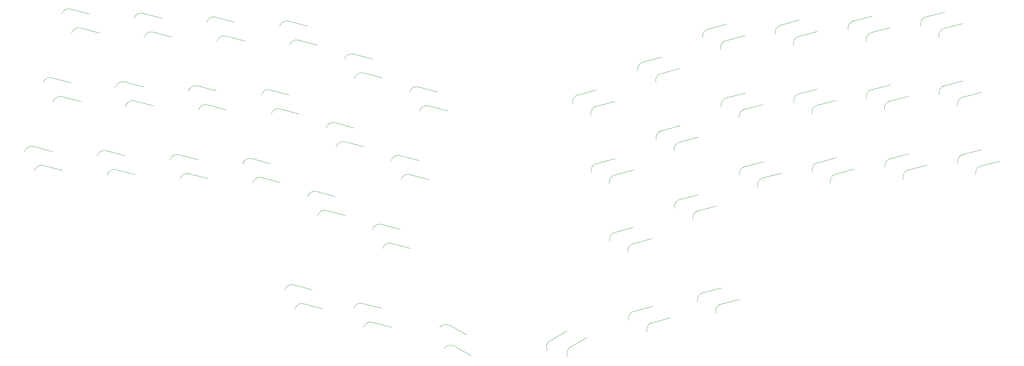
<source format=gbo>
G04 #@! TF.GenerationSoftware,KiCad,Pcbnew,(5.1.12-1-10_14)*
G04 #@! TF.CreationDate,2022-10-16T17:34:36-04:00*
G04 #@! TF.ProjectId,ergo3by6plus3nonSplit,6572676f-3362-4793-9670-6c7573336e6f,rev?*
G04 #@! TF.SameCoordinates,Original*
G04 #@! TF.FileFunction,Legend,Bot*
G04 #@! TF.FilePolarity,Positive*
%FSLAX46Y46*%
G04 Gerber Fmt 4.6, Leading zero omitted, Abs format (unit mm)*
G04 Created by KiCad (PCBNEW (5.1.12-1-10_14)) date 2022-10-16 17:34:36*
%MOMM*%
%LPD*%
G01*
G04 APERTURE LIST*
%ADD10C,0.120000*%
%ADD11C,1.750000*%
%ADD12C,4.000000*%
%ADD13C,3.050000*%
%ADD14C,1.600000*%
%ADD15R,1.600000X1.600000*%
G04 APERTURE END LIST*
D10*
X110255626Y-141765236D02*
X115181848Y-143085214D01*
X107575556Y-136698954D02*
X112501777Y-138018931D01*
X107806136Y-143179450D02*
G75*
G02*
X110255626Y-141765236I1931852J-517638D01*
G01*
X105126066Y-138113166D02*
G75*
G02*
X107575556Y-136698954I1931851J-517639D01*
G01*
X203378003Y-136933764D02*
X208304225Y-135613787D01*
X198523853Y-133886270D02*
X203450074Y-132566293D01*
X201963790Y-139383255D02*
G75*
G02*
X203378003Y-136933764I1931852J517639D01*
G01*
X197109639Y-136335760D02*
G75*
G02*
X198523853Y-133886270I1931852J517638D01*
G01*
X184958003Y-141863764D02*
X189884225Y-140543787D01*
X180103853Y-138816270D02*
X185030074Y-137496293D01*
X183543790Y-144313255D02*
G75*
G02*
X184958003Y-141863764I1931852J517639D01*
G01*
X178689639Y-141265760D02*
G75*
G02*
X180103853Y-138816270I1931852J517638D01*
G01*
X91855626Y-136830236D02*
X96781848Y-138150214D01*
X89175556Y-131763954D02*
X94101777Y-133083931D01*
X89406136Y-138244450D02*
G75*
G02*
X91855626Y-136830236I1931852J-517638D01*
G01*
X86726066Y-133178166D02*
G75*
G02*
X89175556Y-131763954I1931851J-517639D01*
G01*
X272888003Y-99903764D02*
X277814225Y-98583787D01*
X268033853Y-96856270D02*
X272960074Y-95536293D01*
X271473790Y-102353255D02*
G75*
G02*
X272888003Y-99903764I1931852J517639D01*
G01*
X266619639Y-99305760D02*
G75*
G02*
X268033853Y-96856270I1931852J517638D01*
G01*
X253468003Y-101013764D02*
X258394225Y-99693787D01*
X248613853Y-97966270D02*
X253540074Y-96646293D01*
X252053790Y-103463255D02*
G75*
G02*
X253468003Y-101013764I1931852J517639D01*
G01*
X247199639Y-100415760D02*
G75*
G02*
X248613853Y-97966270I1931852J517638D01*
G01*
X234048003Y-102073764D02*
X238974225Y-100753787D01*
X229193853Y-99026270D02*
X234120074Y-97706293D01*
X232633790Y-104523255D02*
G75*
G02*
X234048003Y-102073764I1931852J517639D01*
G01*
X227779639Y-101475760D02*
G75*
G02*
X229193853Y-99026270I1931852J517638D01*
G01*
X214583003Y-103143764D02*
X219509225Y-101823787D01*
X209728853Y-100096270D02*
X214655074Y-98776293D01*
X213168790Y-105593255D02*
G75*
G02*
X214583003Y-103143764I1931852J517639D01*
G01*
X208314639Y-102545760D02*
G75*
G02*
X209728853Y-100096270I1931852J517638D01*
G01*
X197233003Y-111933764D02*
X202159225Y-110613787D01*
X192378853Y-108886270D02*
X197305074Y-107566293D01*
X195818790Y-114383255D02*
G75*
G02*
X197233003Y-111933764I1931852J517639D01*
G01*
X190964639Y-111335760D02*
G75*
G02*
X192378853Y-108886270I1931852J517638D01*
G01*
X179878003Y-120723764D02*
X184804225Y-119403787D01*
X175023853Y-117676270D02*
X179950074Y-116356293D01*
X178463790Y-123173255D02*
G75*
G02*
X179878003Y-120723764I1931852J517639D01*
G01*
X173609639Y-120125760D02*
G75*
G02*
X175023853Y-117676270I1931852J517638D01*
G01*
X115355626Y-120640236D02*
X120281848Y-121960214D01*
X112675556Y-115573954D02*
X117601777Y-116893931D01*
X112906136Y-122054450D02*
G75*
G02*
X115355626Y-120640236I1931852J-517638D01*
G01*
X110226066Y-116988166D02*
G75*
G02*
X112675556Y-115573954I1931851J-517639D01*
G01*
X97985626Y-111850236D02*
X102911848Y-113170214D01*
X95305556Y-106783954D02*
X100231777Y-108103931D01*
X95536136Y-113264450D02*
G75*
G02*
X97985626Y-111850236I1931852J-517638D01*
G01*
X92856066Y-108198166D02*
G75*
G02*
X95305556Y-106783954I1931851J-517639D01*
G01*
X80630626Y-103040236D02*
X85556848Y-104360214D01*
X77950556Y-97973954D02*
X82876777Y-99293931D01*
X78181136Y-104454450D02*
G75*
G02*
X80630626Y-103040236I1931852J-517638D01*
G01*
X75501066Y-99388166D02*
G75*
G02*
X77950556Y-97973954I1931851J-517639D01*
G01*
X61195626Y-101970236D02*
X66121848Y-103290214D01*
X58515556Y-96903954D02*
X63441777Y-98223931D01*
X58746136Y-103384450D02*
G75*
G02*
X61195626Y-101970236I1931852J-517638D01*
G01*
X56066066Y-98318166D02*
G75*
G02*
X58515556Y-96903954I1931851J-517639D01*
G01*
X41765626Y-100910236D02*
X46691848Y-102230214D01*
X39085556Y-95843954D02*
X44011777Y-97163931D01*
X39316136Y-102324450D02*
G75*
G02*
X41765626Y-100910236I1931852J-517638D01*
G01*
X36636066Y-97258166D02*
G75*
G02*
X39085556Y-95843954I1931851J-517639D01*
G01*
X22330626Y-99790236D02*
X27256848Y-101110214D01*
X19650556Y-94723954D02*
X24576777Y-96043931D01*
X19881136Y-101204450D02*
G75*
G02*
X22330626Y-99790236I1931852J-517638D01*
G01*
X17201066Y-96138166D02*
G75*
G02*
X19650556Y-94723954I1931851J-517639D01*
G01*
X267968003Y-81493764D02*
X272894225Y-80173787D01*
X263113853Y-78446270D02*
X268040074Y-77126293D01*
X266553790Y-83943255D02*
G75*
G02*
X267968003Y-81493764I1931852J517639D01*
G01*
X261699639Y-80895760D02*
G75*
G02*
X263113853Y-78446270I1931852J517638D01*
G01*
X248508003Y-82568764D02*
X253434225Y-81248787D01*
X243653853Y-79521270D02*
X248580074Y-78201293D01*
X247093790Y-85018255D02*
G75*
G02*
X248508003Y-82568764I1931852J517639D01*
G01*
X242239639Y-81970760D02*
G75*
G02*
X243653853Y-79521270I1931852J517638D01*
G01*
X229108003Y-83668764D02*
X234034225Y-82348787D01*
X224253853Y-80621270D02*
X229180074Y-79301293D01*
X227693790Y-86118255D02*
G75*
G02*
X229108003Y-83668764I1931852J517639D01*
G01*
X222839639Y-83070760D02*
G75*
G02*
X224253853Y-80621270I1931852J517638D01*
G01*
X209658003Y-84768764D02*
X214584225Y-83448787D01*
X204803853Y-81721270D02*
X209730074Y-80401293D01*
X208243790Y-87218255D02*
G75*
G02*
X209658003Y-84768764I1931852J517639D01*
G01*
X203389639Y-84170760D02*
G75*
G02*
X204803853Y-81721270I1931852J517638D01*
G01*
X192308003Y-93543764D02*
X197234225Y-92223787D01*
X187453853Y-90496270D02*
X192380074Y-89176293D01*
X190893790Y-95993255D02*
G75*
G02*
X192308003Y-93543764I1931852J517639D01*
G01*
X186039639Y-92945760D02*
G75*
G02*
X187453853Y-90496270I1931852J517638D01*
G01*
X174938003Y-102333764D02*
X179864225Y-101013787D01*
X170083853Y-99286270D02*
X175010074Y-97966293D01*
X173523790Y-104783255D02*
G75*
G02*
X174938003Y-102333764I1931852J517639D01*
G01*
X168669639Y-101735760D02*
G75*
G02*
X170083853Y-99286270I1931852J517638D01*
G01*
X120285626Y-102230236D02*
X125211848Y-103550214D01*
X117605556Y-97163954D02*
X122531777Y-98483931D01*
X117836136Y-103644450D02*
G75*
G02*
X120285626Y-102230236I1931852J-517638D01*
G01*
X115156066Y-98578166D02*
G75*
G02*
X117605556Y-97163954I1931851J-517639D01*
G01*
X102930626Y-93440236D02*
X107856848Y-94760214D01*
X100250556Y-88373954D02*
X105176777Y-89693931D01*
X100481136Y-94854450D02*
G75*
G02*
X102930626Y-93440236I1931852J-517638D01*
G01*
X97801066Y-89788166D02*
G75*
G02*
X100250556Y-88373954I1931851J-517639D01*
G01*
X85555626Y-84665236D02*
X90481848Y-85985214D01*
X82875556Y-79598954D02*
X87801777Y-80918931D01*
X83106136Y-86079450D02*
G75*
G02*
X85555626Y-84665236I1931852J-517638D01*
G01*
X80426066Y-81013166D02*
G75*
G02*
X82875556Y-79598954I1931851J-517639D01*
G01*
X66105626Y-83565236D02*
X71031848Y-84885214D01*
X63425556Y-78498954D02*
X68351777Y-79818931D01*
X63656136Y-84979450D02*
G75*
G02*
X66105626Y-83565236I1931852J-517638D01*
G01*
X60976066Y-79913166D02*
G75*
G02*
X63425556Y-78498954I1931851J-517639D01*
G01*
X46688403Y-82509788D02*
X51614625Y-83829766D01*
X44008333Y-77443506D02*
X48934554Y-78763483D01*
X44238913Y-83924002D02*
G75*
G02*
X46688403Y-82509788I1931852J-517638D01*
G01*
X41558843Y-78857718D02*
G75*
G02*
X44008333Y-77443506I1931851J-517639D01*
G01*
X27255626Y-81390236D02*
X32181848Y-82710214D01*
X24575556Y-76323954D02*
X29501777Y-77643931D01*
X24806136Y-82804450D02*
G75*
G02*
X27255626Y-81390236I1931852J-517638D01*
G01*
X22126066Y-77738166D02*
G75*
G02*
X24575556Y-76323954I1931851J-517639D01*
G01*
X263033003Y-63093764D02*
X267959225Y-61773787D01*
X258178853Y-60046270D02*
X263105074Y-58726293D01*
X261618790Y-65543255D02*
G75*
G02*
X263033003Y-63093764I1931852J517639D01*
G01*
X256764639Y-62495760D02*
G75*
G02*
X258178853Y-60046270I1931852J517638D01*
G01*
X243633003Y-64193764D02*
X248559225Y-62873787D01*
X238778853Y-61146270D02*
X243705074Y-59826293D01*
X242218790Y-66643255D02*
G75*
G02*
X243633003Y-64193764I1931852J517639D01*
G01*
X237364639Y-63595760D02*
G75*
G02*
X238778853Y-61146270I1931852J517638D01*
G01*
X224158003Y-65268764D02*
X229084225Y-63948787D01*
X219303853Y-62221270D02*
X224230074Y-60901293D01*
X222743790Y-67718255D02*
G75*
G02*
X224158003Y-65268764I1931852J517639D01*
G01*
X217889639Y-64670760D02*
G75*
G02*
X219303853Y-62221270I1931852J517638D01*
G01*
X204733003Y-66343764D02*
X209659225Y-65023787D01*
X199878853Y-63296270D02*
X204805074Y-61976293D01*
X203318790Y-68793255D02*
G75*
G02*
X204733003Y-66343764I1931852J517639D01*
G01*
X198464639Y-65745760D02*
G75*
G02*
X199878853Y-63296270I1931852J517638D01*
G01*
X187378003Y-75143764D02*
X192304225Y-73823787D01*
X182523853Y-72096270D02*
X187450074Y-70776293D01*
X185963790Y-77593255D02*
G75*
G02*
X187378003Y-75143764I1931852J517639D01*
G01*
X181109639Y-74545760D02*
G75*
G02*
X182523853Y-72096270I1931852J517638D01*
G01*
X170008003Y-83933764D02*
X174934225Y-82613787D01*
X165153853Y-80886270D02*
X170080074Y-79566293D01*
X168593790Y-86383255D02*
G75*
G02*
X170008003Y-83933764I1931852J517639D01*
G01*
X163739639Y-83335760D02*
G75*
G02*
X165153853Y-80886270I1931852J517638D01*
G01*
X125205626Y-83840236D02*
X130131848Y-85160214D01*
X122525556Y-78773954D02*
X127451777Y-80093931D01*
X122756136Y-85254450D02*
G75*
G02*
X125205626Y-83840236I1931852J-517638D01*
G01*
X120076066Y-80188166D02*
G75*
G02*
X122525556Y-78773954I1931851J-517639D01*
G01*
X107855626Y-75040236D02*
X112781848Y-76360214D01*
X105175556Y-69973954D02*
X110101777Y-71293931D01*
X105406136Y-76454450D02*
G75*
G02*
X107855626Y-75040236I1931852J-517638D01*
G01*
X102726066Y-71388166D02*
G75*
G02*
X105175556Y-69973954I1931851J-517639D01*
G01*
X90480626Y-66240236D02*
X95406848Y-67560214D01*
X87800556Y-61173954D02*
X92726777Y-62493931D01*
X88031136Y-67654450D02*
G75*
G02*
X90480626Y-66240236I1931852J-517638D01*
G01*
X85351066Y-62588166D02*
G75*
G02*
X87800556Y-61173954I1931851J-517639D01*
G01*
X71055626Y-65165236D02*
X75981848Y-66485214D01*
X68375556Y-60098954D02*
X73301777Y-61418931D01*
X68606136Y-66579450D02*
G75*
G02*
X71055626Y-65165236I1931852J-517638D01*
G01*
X65926066Y-61513166D02*
G75*
G02*
X68375556Y-60098954I1931851J-517639D01*
G01*
X51605626Y-64115236D02*
X56531848Y-65435214D01*
X48925556Y-59048954D02*
X53851777Y-60368931D01*
X49156136Y-65529450D02*
G75*
G02*
X51605626Y-64115236I1931852J-517638D01*
G01*
X46476066Y-60463166D02*
G75*
G02*
X48925556Y-59048954I1931851J-517639D01*
G01*
X32178594Y-62989198D02*
X37104816Y-64309176D01*
X29498524Y-57922916D02*
X34424745Y-59242893D01*
X29729104Y-64403412D02*
G75*
G02*
X32178594Y-62989198I1931852J-517638D01*
G01*
X27049034Y-59337128D02*
G75*
G02*
X29498524Y-57922916I1931851J-517639D01*
G01*
X132096795Y-148161731D02*
X136513524Y-150711731D01*
X130819296Y-142574425D02*
X135236025Y-145124425D01*
X129364744Y-148893782D02*
G75*
G02*
X132096795Y-148161731I1732051J-1000000D01*
G01*
X128087245Y-143306476D02*
G75*
G02*
X130819296Y-142574425I1732051J-1000000D01*
G01*
X163156795Y-148361731D02*
X167573524Y-145811731D01*
X157679296Y-146674425D02*
X162096025Y-144124425D01*
X162424744Y-151093782D02*
G75*
G02*
X163156795Y-148361731I1732051J1000000D01*
G01*
X156947245Y-149406476D02*
G75*
G02*
X157679296Y-146674425I1732051J1000000D01*
G01*
%LPC*%
D11*
X114656903Y-145739801D03*
X104843097Y-143110199D03*
D12*
X109750000Y-144425000D03*
G36*
G01*
X115217365Y-141666049D02*
X115735003Y-139734198D01*
G75*
G02*
X116041189Y-139557422I241481J-64705D01*
G01*
X118021337Y-140088001D01*
G75*
G02*
X118198113Y-140394187I-64705J-241481D01*
G01*
X117680475Y-142326038D01*
G75*
G02*
X117374289Y-142502814I-241481J64705D01*
G01*
X115394141Y-141972235D01*
G75*
G02*
X115217365Y-141666049I64705J241481D01*
G01*
G37*
G36*
G01*
X102073442Y-140773746D02*
X102591080Y-138841895D01*
G75*
G02*
X102897266Y-138665119I241481J-64705D01*
G01*
X104877414Y-139195698D01*
G75*
G02*
X105054190Y-139501884I-64705J-241481D01*
G01*
X104536552Y-141433735D01*
G75*
G02*
X104230366Y-141610511I-241481J64705D01*
G01*
X102250218Y-141079932D01*
G75*
G02*
X102073442Y-140773746I64705J241481D01*
G01*
G37*
D13*
X113518252Y-140175497D03*
X106727223Y-140985448D03*
D11*
X209176903Y-138175199D03*
X199363097Y-140804801D03*
D12*
X204270000Y-139490000D03*
G36*
G01*
X207625402Y-134366996D02*
X207107764Y-132435145D01*
G75*
G02*
X207284540Y-132128959I241481J64705D01*
G01*
X209264688Y-131598380D01*
G75*
G02*
X209570874Y-131775156I64705J-241481D01*
G01*
X210088512Y-133707007D01*
G75*
G02*
X209911736Y-134013193I-241481J-64705D01*
G01*
X207931588Y-134543772D01*
G75*
G02*
X207625402Y-134366996I-64705J241481D01*
G01*
G37*
G36*
G01*
X195796279Y-140166201D02*
X195278641Y-138234350D01*
G75*
G02*
X195455417Y-137928164I241481J64705D01*
G01*
X197435565Y-137397585D01*
G75*
G02*
X197741751Y-137574361I64705J-241481D01*
G01*
X198259389Y-139506212D01*
G75*
G02*
X198082613Y-139812398I-241481J-64705D01*
G01*
X196102465Y-140342977D01*
G75*
G02*
X195796279Y-140166201I-64705J241481D01*
G01*
G37*
D13*
X205408651Y-133925696D03*
X199932422Y-138022649D03*
D11*
X190756903Y-143105199D03*
X180943097Y-145734801D03*
D12*
X185850000Y-144420000D03*
G36*
G01*
X189205402Y-139296996D02*
X188687764Y-137365145D01*
G75*
G02*
X188864540Y-137058959I241481J64705D01*
G01*
X190844688Y-136528380D01*
G75*
G02*
X191150874Y-136705156I64705J-241481D01*
G01*
X191668512Y-138637007D01*
G75*
G02*
X191491736Y-138943193I-241481J-64705D01*
G01*
X189511588Y-139473772D01*
G75*
G02*
X189205402Y-139296996I-64705J241481D01*
G01*
G37*
G36*
G01*
X177376279Y-145096201D02*
X176858641Y-143164350D01*
G75*
G02*
X177035417Y-142858164I241481J64705D01*
G01*
X179015565Y-142327585D01*
G75*
G02*
X179321751Y-142504361I64705J-241481D01*
G01*
X179839389Y-144436212D01*
G75*
G02*
X179662613Y-144742398I-241481J-64705D01*
G01*
X177682465Y-145272977D01*
G75*
G02*
X177376279Y-145096201I-64705J241481D01*
G01*
G37*
D13*
X186988651Y-138855696D03*
X181512422Y-142952649D03*
D11*
X96256903Y-140804801D03*
X86443097Y-138175199D03*
D12*
X91350000Y-139490000D03*
G36*
G01*
X96817365Y-136731049D02*
X97335003Y-134799198D01*
G75*
G02*
X97641189Y-134622422I241481J-64705D01*
G01*
X99621337Y-135153001D01*
G75*
G02*
X99798113Y-135459187I-64705J-241481D01*
G01*
X99280475Y-137391038D01*
G75*
G02*
X98974289Y-137567814I-241481J64705D01*
G01*
X96994141Y-137037235D01*
G75*
G02*
X96817365Y-136731049I64705J241481D01*
G01*
G37*
G36*
G01*
X83673442Y-135838746D02*
X84191080Y-133906895D01*
G75*
G02*
X84497266Y-133730119I241481J-64705D01*
G01*
X86477414Y-134260698D01*
G75*
G02*
X86654190Y-134566884I-64705J-241481D01*
G01*
X86136552Y-136498735D01*
G75*
G02*
X85830366Y-136675511I-241481J64705D01*
G01*
X83850218Y-136144932D01*
G75*
G02*
X83673442Y-135838746I64705J241481D01*
G01*
G37*
D13*
X95118252Y-135240497D03*
X88327223Y-136050448D03*
D11*
X278686903Y-101145199D03*
X268873097Y-103774801D03*
D12*
X273780000Y-102460000D03*
G36*
G01*
X277135402Y-97336996D02*
X276617764Y-95405145D01*
G75*
G02*
X276794540Y-95098959I241481J64705D01*
G01*
X278774688Y-94568380D01*
G75*
G02*
X279080874Y-94745156I64705J-241481D01*
G01*
X279598512Y-96677007D01*
G75*
G02*
X279421736Y-96983193I-241481J-64705D01*
G01*
X277441588Y-97513772D01*
G75*
G02*
X277135402Y-97336996I-64705J241481D01*
G01*
G37*
G36*
G01*
X265306279Y-103136201D02*
X264788641Y-101204350D01*
G75*
G02*
X264965417Y-100898164I241481J64705D01*
G01*
X266945565Y-100367585D01*
G75*
G02*
X267251751Y-100544361I64705J-241481D01*
G01*
X267769389Y-102476212D01*
G75*
G02*
X267592613Y-102782398I-241481J-64705D01*
G01*
X265612465Y-103312977D01*
G75*
G02*
X265306279Y-103136201I-64705J241481D01*
G01*
G37*
D13*
X274918651Y-96895696D03*
X269442422Y-100992649D03*
D11*
X259266903Y-102255199D03*
X249453097Y-104884801D03*
D12*
X254360000Y-103570000D03*
G36*
G01*
X257715402Y-98446996D02*
X257197764Y-96515145D01*
G75*
G02*
X257374540Y-96208959I241481J64705D01*
G01*
X259354688Y-95678380D01*
G75*
G02*
X259660874Y-95855156I64705J-241481D01*
G01*
X260178512Y-97787007D01*
G75*
G02*
X260001736Y-98093193I-241481J-64705D01*
G01*
X258021588Y-98623772D01*
G75*
G02*
X257715402Y-98446996I-64705J241481D01*
G01*
G37*
G36*
G01*
X245886279Y-104246201D02*
X245368641Y-102314350D01*
G75*
G02*
X245545417Y-102008164I241481J64705D01*
G01*
X247525565Y-101477585D01*
G75*
G02*
X247831751Y-101654361I64705J-241481D01*
G01*
X248349389Y-103586212D01*
G75*
G02*
X248172613Y-103892398I-241481J-64705D01*
G01*
X246192465Y-104422977D01*
G75*
G02*
X245886279Y-104246201I-64705J241481D01*
G01*
G37*
D13*
X255498651Y-98005696D03*
X250022422Y-102102649D03*
D11*
X239846903Y-103315199D03*
X230033097Y-105944801D03*
D12*
X234940000Y-104630000D03*
G36*
G01*
X238295402Y-99506996D02*
X237777764Y-97575145D01*
G75*
G02*
X237954540Y-97268959I241481J64705D01*
G01*
X239934688Y-96738380D01*
G75*
G02*
X240240874Y-96915156I64705J-241481D01*
G01*
X240758512Y-98847007D01*
G75*
G02*
X240581736Y-99153193I-241481J-64705D01*
G01*
X238601588Y-99683772D01*
G75*
G02*
X238295402Y-99506996I-64705J241481D01*
G01*
G37*
G36*
G01*
X226466279Y-105306201D02*
X225948641Y-103374350D01*
G75*
G02*
X226125417Y-103068164I241481J64705D01*
G01*
X228105565Y-102537585D01*
G75*
G02*
X228411751Y-102714361I64705J-241481D01*
G01*
X228929389Y-104646212D01*
G75*
G02*
X228752613Y-104952398I-241481J-64705D01*
G01*
X226772465Y-105482977D01*
G75*
G02*
X226466279Y-105306201I-64705J241481D01*
G01*
G37*
D13*
X236078651Y-99065696D03*
X230602422Y-103162649D03*
D11*
X220381903Y-104385199D03*
X210568097Y-107014801D03*
D12*
X215475000Y-105700000D03*
G36*
G01*
X218830402Y-100576996D02*
X218312764Y-98645145D01*
G75*
G02*
X218489540Y-98338959I241481J64705D01*
G01*
X220469688Y-97808380D01*
G75*
G02*
X220775874Y-97985156I64705J-241481D01*
G01*
X221293512Y-99917007D01*
G75*
G02*
X221116736Y-100223193I-241481J-64705D01*
G01*
X219136588Y-100753772D01*
G75*
G02*
X218830402Y-100576996I-64705J241481D01*
G01*
G37*
G36*
G01*
X207001279Y-106376201D02*
X206483641Y-104444350D01*
G75*
G02*
X206660417Y-104138164I241481J64705D01*
G01*
X208640565Y-103607585D01*
G75*
G02*
X208946751Y-103784361I64705J-241481D01*
G01*
X209464389Y-105716212D01*
G75*
G02*
X209287613Y-106022398I-241481J-64705D01*
G01*
X207307465Y-106552977D01*
G75*
G02*
X207001279Y-106376201I-64705J241481D01*
G01*
G37*
D13*
X216613651Y-100135696D03*
X211137422Y-104232649D03*
D11*
X203031903Y-113175199D03*
X193218097Y-115804801D03*
D12*
X198125000Y-114490000D03*
G36*
G01*
X201480402Y-109366996D02*
X200962764Y-107435145D01*
G75*
G02*
X201139540Y-107128959I241481J64705D01*
G01*
X203119688Y-106598380D01*
G75*
G02*
X203425874Y-106775156I64705J-241481D01*
G01*
X203943512Y-108707007D01*
G75*
G02*
X203766736Y-109013193I-241481J-64705D01*
G01*
X201786588Y-109543772D01*
G75*
G02*
X201480402Y-109366996I-64705J241481D01*
G01*
G37*
G36*
G01*
X189651279Y-115166201D02*
X189133641Y-113234350D01*
G75*
G02*
X189310417Y-112928164I241481J64705D01*
G01*
X191290565Y-112397585D01*
G75*
G02*
X191596751Y-112574361I64705J-241481D01*
G01*
X192114389Y-114506212D01*
G75*
G02*
X191937613Y-114812398I-241481J-64705D01*
G01*
X189957465Y-115342977D01*
G75*
G02*
X189651279Y-115166201I-64705J241481D01*
G01*
G37*
D13*
X199263651Y-108925696D03*
X193787422Y-113022649D03*
D11*
X185676903Y-121965199D03*
X175863097Y-124594801D03*
D12*
X180770000Y-123280000D03*
G36*
G01*
X184125402Y-118156996D02*
X183607764Y-116225145D01*
G75*
G02*
X183784540Y-115918959I241481J64705D01*
G01*
X185764688Y-115388380D01*
G75*
G02*
X186070874Y-115565156I64705J-241481D01*
G01*
X186588512Y-117497007D01*
G75*
G02*
X186411736Y-117803193I-241481J-64705D01*
G01*
X184431588Y-118333772D01*
G75*
G02*
X184125402Y-118156996I-64705J241481D01*
G01*
G37*
G36*
G01*
X172296279Y-123956201D02*
X171778641Y-122024350D01*
G75*
G02*
X171955417Y-121718164I241481J64705D01*
G01*
X173935565Y-121187585D01*
G75*
G02*
X174241751Y-121364361I64705J-241481D01*
G01*
X174759389Y-123296212D01*
G75*
G02*
X174582613Y-123602398I-241481J-64705D01*
G01*
X172602465Y-124132977D01*
G75*
G02*
X172296279Y-123956201I-64705J241481D01*
G01*
G37*
D13*
X181908651Y-117715696D03*
X176432422Y-121812649D03*
D11*
X119756903Y-124614801D03*
X109943097Y-121985199D03*
D12*
X114850000Y-123300000D03*
G36*
G01*
X120317365Y-120541049D02*
X120835003Y-118609198D01*
G75*
G02*
X121141189Y-118432422I241481J-64705D01*
G01*
X123121337Y-118963001D01*
G75*
G02*
X123298113Y-119269187I-64705J-241481D01*
G01*
X122780475Y-121201038D01*
G75*
G02*
X122474289Y-121377814I-241481J64705D01*
G01*
X120494141Y-120847235D01*
G75*
G02*
X120317365Y-120541049I64705J241481D01*
G01*
G37*
G36*
G01*
X107173442Y-119648746D02*
X107691080Y-117716895D01*
G75*
G02*
X107997266Y-117540119I241481J-64705D01*
G01*
X109977414Y-118070698D01*
G75*
G02*
X110154190Y-118376884I-64705J-241481D01*
G01*
X109636552Y-120308735D01*
G75*
G02*
X109330366Y-120485511I-241481J64705D01*
G01*
X107350218Y-119954932D01*
G75*
G02*
X107173442Y-119648746I64705J241481D01*
G01*
G37*
D13*
X118618252Y-119050497D03*
X111827223Y-119860448D03*
D11*
X102386903Y-115824801D03*
X92573097Y-113195199D03*
D12*
X97480000Y-114510000D03*
G36*
G01*
X102947365Y-111751049D02*
X103465003Y-109819198D01*
G75*
G02*
X103771189Y-109642422I241481J-64705D01*
G01*
X105751337Y-110173001D01*
G75*
G02*
X105928113Y-110479187I-64705J-241481D01*
G01*
X105410475Y-112411038D01*
G75*
G02*
X105104289Y-112587814I-241481J64705D01*
G01*
X103124141Y-112057235D01*
G75*
G02*
X102947365Y-111751049I64705J241481D01*
G01*
G37*
G36*
G01*
X89803442Y-110858746D02*
X90321080Y-108926895D01*
G75*
G02*
X90627266Y-108750119I241481J-64705D01*
G01*
X92607414Y-109280698D01*
G75*
G02*
X92784190Y-109586884I-64705J-241481D01*
G01*
X92266552Y-111518735D01*
G75*
G02*
X91960366Y-111695511I-241481J64705D01*
G01*
X89980218Y-111164932D01*
G75*
G02*
X89803442Y-110858746I64705J241481D01*
G01*
G37*
D13*
X101248252Y-110260497D03*
X94457223Y-111070448D03*
D11*
X85031903Y-107014801D03*
X75218097Y-104385199D03*
D12*
X80125000Y-105700000D03*
G36*
G01*
X85592365Y-102941049D02*
X86110003Y-101009198D01*
G75*
G02*
X86416189Y-100832422I241481J-64705D01*
G01*
X88396337Y-101363001D01*
G75*
G02*
X88573113Y-101669187I-64705J-241481D01*
G01*
X88055475Y-103601038D01*
G75*
G02*
X87749289Y-103777814I-241481J64705D01*
G01*
X85769141Y-103247235D01*
G75*
G02*
X85592365Y-102941049I64705J241481D01*
G01*
G37*
G36*
G01*
X72448442Y-102048746D02*
X72966080Y-100116895D01*
G75*
G02*
X73272266Y-99940119I241481J-64705D01*
G01*
X75252414Y-100470698D01*
G75*
G02*
X75429190Y-100776884I-64705J-241481D01*
G01*
X74911552Y-102708735D01*
G75*
G02*
X74605366Y-102885511I-241481J64705D01*
G01*
X72625218Y-102354932D01*
G75*
G02*
X72448442Y-102048746I64705J241481D01*
G01*
G37*
D13*
X83893252Y-101450497D03*
X77102223Y-102260448D03*
D11*
X65596903Y-105944801D03*
X55783097Y-103315199D03*
D12*
X60690000Y-104630000D03*
G36*
G01*
X66157365Y-101871049D02*
X66675003Y-99939198D01*
G75*
G02*
X66981189Y-99762422I241481J-64705D01*
G01*
X68961337Y-100293001D01*
G75*
G02*
X69138113Y-100599187I-64705J-241481D01*
G01*
X68620475Y-102531038D01*
G75*
G02*
X68314289Y-102707814I-241481J64705D01*
G01*
X66334141Y-102177235D01*
G75*
G02*
X66157365Y-101871049I64705J241481D01*
G01*
G37*
G36*
G01*
X53013442Y-100978746D02*
X53531080Y-99046895D01*
G75*
G02*
X53837266Y-98870119I241481J-64705D01*
G01*
X55817414Y-99400698D01*
G75*
G02*
X55994190Y-99706884I-64705J-241481D01*
G01*
X55476552Y-101638735D01*
G75*
G02*
X55170366Y-101815511I-241481J64705D01*
G01*
X53190218Y-101284932D01*
G75*
G02*
X53013442Y-100978746I64705J241481D01*
G01*
G37*
D13*
X64458252Y-100380497D03*
X57667223Y-101190448D03*
D11*
X46166903Y-104884801D03*
X36353097Y-102255199D03*
D12*
X41260000Y-103570000D03*
G36*
G01*
X46727365Y-100811049D02*
X47245003Y-98879198D01*
G75*
G02*
X47551189Y-98702422I241481J-64705D01*
G01*
X49531337Y-99233001D01*
G75*
G02*
X49708113Y-99539187I-64705J-241481D01*
G01*
X49190475Y-101471038D01*
G75*
G02*
X48884289Y-101647814I-241481J64705D01*
G01*
X46904141Y-101117235D01*
G75*
G02*
X46727365Y-100811049I64705J241481D01*
G01*
G37*
G36*
G01*
X33583442Y-99918746D02*
X34101080Y-97986895D01*
G75*
G02*
X34407266Y-97810119I241481J-64705D01*
G01*
X36387414Y-98340698D01*
G75*
G02*
X36564190Y-98646884I-64705J-241481D01*
G01*
X36046552Y-100578735D01*
G75*
G02*
X35740366Y-100755511I-241481J64705D01*
G01*
X33760218Y-100224932D01*
G75*
G02*
X33583442Y-99918746I64705J241481D01*
G01*
G37*
D13*
X45028252Y-99320497D03*
X38237223Y-100130448D03*
D11*
X26731903Y-103764801D03*
X16918097Y-101135199D03*
D12*
X21825000Y-102450000D03*
G36*
G01*
X27292365Y-99691049D02*
X27810003Y-97759198D01*
G75*
G02*
X28116189Y-97582422I241481J-64705D01*
G01*
X30096337Y-98113001D01*
G75*
G02*
X30273113Y-98419187I-64705J-241481D01*
G01*
X29755475Y-100351038D01*
G75*
G02*
X29449289Y-100527814I-241481J64705D01*
G01*
X27469141Y-99997235D01*
G75*
G02*
X27292365Y-99691049I64705J241481D01*
G01*
G37*
G36*
G01*
X14148442Y-98798746D02*
X14666080Y-96866895D01*
G75*
G02*
X14972266Y-96690119I241481J-64705D01*
G01*
X16952414Y-97220698D01*
G75*
G02*
X17129190Y-97526884I-64705J-241481D01*
G01*
X16611552Y-99458735D01*
G75*
G02*
X16305366Y-99635511I-241481J64705D01*
G01*
X14325218Y-99104932D01*
G75*
G02*
X14148442Y-98798746I64705J241481D01*
G01*
G37*
D13*
X25593252Y-98200497D03*
X18802223Y-99010448D03*
D11*
X273766903Y-82735199D03*
X263953097Y-85364801D03*
D12*
X268860000Y-84050000D03*
G36*
G01*
X272215402Y-78926996D02*
X271697764Y-76995145D01*
G75*
G02*
X271874540Y-76688959I241481J64705D01*
G01*
X273854688Y-76158380D01*
G75*
G02*
X274160874Y-76335156I64705J-241481D01*
G01*
X274678512Y-78267007D01*
G75*
G02*
X274501736Y-78573193I-241481J-64705D01*
G01*
X272521588Y-79103772D01*
G75*
G02*
X272215402Y-78926996I-64705J241481D01*
G01*
G37*
G36*
G01*
X260386279Y-84726201D02*
X259868641Y-82794350D01*
G75*
G02*
X260045417Y-82488164I241481J64705D01*
G01*
X262025565Y-81957585D01*
G75*
G02*
X262331751Y-82134361I64705J-241481D01*
G01*
X262849389Y-84066212D01*
G75*
G02*
X262672613Y-84372398I-241481J-64705D01*
G01*
X260692465Y-84902977D01*
G75*
G02*
X260386279Y-84726201I-64705J241481D01*
G01*
G37*
D13*
X269998651Y-78485696D03*
X264522422Y-82582649D03*
D11*
X254306903Y-83810199D03*
X244493097Y-86439801D03*
D12*
X249400000Y-85125000D03*
G36*
G01*
X252755402Y-80001996D02*
X252237764Y-78070145D01*
G75*
G02*
X252414540Y-77763959I241481J64705D01*
G01*
X254394688Y-77233380D01*
G75*
G02*
X254700874Y-77410156I64705J-241481D01*
G01*
X255218512Y-79342007D01*
G75*
G02*
X255041736Y-79648193I-241481J-64705D01*
G01*
X253061588Y-80178772D01*
G75*
G02*
X252755402Y-80001996I-64705J241481D01*
G01*
G37*
G36*
G01*
X240926279Y-85801201D02*
X240408641Y-83869350D01*
G75*
G02*
X240585417Y-83563164I241481J64705D01*
G01*
X242565565Y-83032585D01*
G75*
G02*
X242871751Y-83209361I64705J-241481D01*
G01*
X243389389Y-85141212D01*
G75*
G02*
X243212613Y-85447398I-241481J-64705D01*
G01*
X241232465Y-85977977D01*
G75*
G02*
X240926279Y-85801201I-64705J241481D01*
G01*
G37*
D13*
X250538651Y-79560696D03*
X245062422Y-83657649D03*
D11*
X234906903Y-84910199D03*
X225093097Y-87539801D03*
D12*
X230000000Y-86225000D03*
G36*
G01*
X233355402Y-81101996D02*
X232837764Y-79170145D01*
G75*
G02*
X233014540Y-78863959I241481J64705D01*
G01*
X234994688Y-78333380D01*
G75*
G02*
X235300874Y-78510156I64705J-241481D01*
G01*
X235818512Y-80442007D01*
G75*
G02*
X235641736Y-80748193I-241481J-64705D01*
G01*
X233661588Y-81278772D01*
G75*
G02*
X233355402Y-81101996I-64705J241481D01*
G01*
G37*
G36*
G01*
X221526279Y-86901201D02*
X221008641Y-84969350D01*
G75*
G02*
X221185417Y-84663164I241481J64705D01*
G01*
X223165565Y-84132585D01*
G75*
G02*
X223471751Y-84309361I64705J-241481D01*
G01*
X223989389Y-86241212D01*
G75*
G02*
X223812613Y-86547398I-241481J-64705D01*
G01*
X221832465Y-87077977D01*
G75*
G02*
X221526279Y-86901201I-64705J241481D01*
G01*
G37*
D13*
X231138651Y-80660696D03*
X225662422Y-84757649D03*
D11*
X215456903Y-86010199D03*
X205643097Y-88639801D03*
D12*
X210550000Y-87325000D03*
G36*
G01*
X213905402Y-82201996D02*
X213387764Y-80270145D01*
G75*
G02*
X213564540Y-79963959I241481J64705D01*
G01*
X215544688Y-79433380D01*
G75*
G02*
X215850874Y-79610156I64705J-241481D01*
G01*
X216368512Y-81542007D01*
G75*
G02*
X216191736Y-81848193I-241481J-64705D01*
G01*
X214211588Y-82378772D01*
G75*
G02*
X213905402Y-82201996I-64705J241481D01*
G01*
G37*
G36*
G01*
X202076279Y-88001201D02*
X201558641Y-86069350D01*
G75*
G02*
X201735417Y-85763164I241481J64705D01*
G01*
X203715565Y-85232585D01*
G75*
G02*
X204021751Y-85409361I64705J-241481D01*
G01*
X204539389Y-87341212D01*
G75*
G02*
X204362613Y-87647398I-241481J-64705D01*
G01*
X202382465Y-88177977D01*
G75*
G02*
X202076279Y-88001201I-64705J241481D01*
G01*
G37*
D13*
X211688651Y-81760696D03*
X206212422Y-85857649D03*
D11*
X198106903Y-94785199D03*
X188293097Y-97414801D03*
D12*
X193200000Y-96100000D03*
G36*
G01*
X196555402Y-90976996D02*
X196037764Y-89045145D01*
G75*
G02*
X196214540Y-88738959I241481J64705D01*
G01*
X198194688Y-88208380D01*
G75*
G02*
X198500874Y-88385156I64705J-241481D01*
G01*
X199018512Y-90317007D01*
G75*
G02*
X198841736Y-90623193I-241481J-64705D01*
G01*
X196861588Y-91153772D01*
G75*
G02*
X196555402Y-90976996I-64705J241481D01*
G01*
G37*
G36*
G01*
X184726279Y-96776201D02*
X184208641Y-94844350D01*
G75*
G02*
X184385417Y-94538164I241481J64705D01*
G01*
X186365565Y-94007585D01*
G75*
G02*
X186671751Y-94184361I64705J-241481D01*
G01*
X187189389Y-96116212D01*
G75*
G02*
X187012613Y-96422398I-241481J-64705D01*
G01*
X185032465Y-96952977D01*
G75*
G02*
X184726279Y-96776201I-64705J241481D01*
G01*
G37*
D13*
X194338651Y-90535696D03*
X188862422Y-94632649D03*
D11*
X180736903Y-103575199D03*
X170923097Y-106204801D03*
D12*
X175830000Y-104890000D03*
G36*
G01*
X179185402Y-99766996D02*
X178667764Y-97835145D01*
G75*
G02*
X178844540Y-97528959I241481J64705D01*
G01*
X180824688Y-96998380D01*
G75*
G02*
X181130874Y-97175156I64705J-241481D01*
G01*
X181648512Y-99107007D01*
G75*
G02*
X181471736Y-99413193I-241481J-64705D01*
G01*
X179491588Y-99943772D01*
G75*
G02*
X179185402Y-99766996I-64705J241481D01*
G01*
G37*
G36*
G01*
X167356279Y-105566201D02*
X166838641Y-103634350D01*
G75*
G02*
X167015417Y-103328164I241481J64705D01*
G01*
X168995565Y-102797585D01*
G75*
G02*
X169301751Y-102974361I64705J-241481D01*
G01*
X169819389Y-104906212D01*
G75*
G02*
X169642613Y-105212398I-241481J-64705D01*
G01*
X167662465Y-105742977D01*
G75*
G02*
X167356279Y-105566201I-64705J241481D01*
G01*
G37*
D13*
X176968651Y-99325696D03*
X171492422Y-103422649D03*
D11*
X124686903Y-106204801D03*
X114873097Y-103575199D03*
D12*
X119780000Y-104890000D03*
G36*
G01*
X125247365Y-102131049D02*
X125765003Y-100199198D01*
G75*
G02*
X126071189Y-100022422I241481J-64705D01*
G01*
X128051337Y-100553001D01*
G75*
G02*
X128228113Y-100859187I-64705J-241481D01*
G01*
X127710475Y-102791038D01*
G75*
G02*
X127404289Y-102967814I-241481J64705D01*
G01*
X125424141Y-102437235D01*
G75*
G02*
X125247365Y-102131049I64705J241481D01*
G01*
G37*
G36*
G01*
X112103442Y-101238746D02*
X112621080Y-99306895D01*
G75*
G02*
X112927266Y-99130119I241481J-64705D01*
G01*
X114907414Y-99660698D01*
G75*
G02*
X115084190Y-99966884I-64705J-241481D01*
G01*
X114566552Y-101898735D01*
G75*
G02*
X114260366Y-102075511I-241481J64705D01*
G01*
X112280218Y-101544932D01*
G75*
G02*
X112103442Y-101238746I64705J241481D01*
G01*
G37*
D13*
X123548252Y-100640497D03*
X116757223Y-101450448D03*
D11*
X107331903Y-97414801D03*
X97518097Y-94785199D03*
D12*
X102425000Y-96100000D03*
G36*
G01*
X107892365Y-93341049D02*
X108410003Y-91409198D01*
G75*
G02*
X108716189Y-91232422I241481J-64705D01*
G01*
X110696337Y-91763001D01*
G75*
G02*
X110873113Y-92069187I-64705J-241481D01*
G01*
X110355475Y-94001038D01*
G75*
G02*
X110049289Y-94177814I-241481J64705D01*
G01*
X108069141Y-93647235D01*
G75*
G02*
X107892365Y-93341049I64705J241481D01*
G01*
G37*
G36*
G01*
X94748442Y-92448746D02*
X95266080Y-90516895D01*
G75*
G02*
X95572266Y-90340119I241481J-64705D01*
G01*
X97552414Y-90870698D01*
G75*
G02*
X97729190Y-91176884I-64705J-241481D01*
G01*
X97211552Y-93108735D01*
G75*
G02*
X96905366Y-93285511I-241481J64705D01*
G01*
X94925218Y-92754932D01*
G75*
G02*
X94748442Y-92448746I64705J241481D01*
G01*
G37*
D13*
X106193252Y-91850497D03*
X99402223Y-92660448D03*
D11*
X89956903Y-88639801D03*
X80143097Y-86010199D03*
D12*
X85050000Y-87325000D03*
G36*
G01*
X90517365Y-84566049D02*
X91035003Y-82634198D01*
G75*
G02*
X91341189Y-82457422I241481J-64705D01*
G01*
X93321337Y-82988001D01*
G75*
G02*
X93498113Y-83294187I-64705J-241481D01*
G01*
X92980475Y-85226038D01*
G75*
G02*
X92674289Y-85402814I-241481J64705D01*
G01*
X90694141Y-84872235D01*
G75*
G02*
X90517365Y-84566049I64705J241481D01*
G01*
G37*
G36*
G01*
X77373442Y-83673746D02*
X77891080Y-81741895D01*
G75*
G02*
X78197266Y-81565119I241481J-64705D01*
G01*
X80177414Y-82095698D01*
G75*
G02*
X80354190Y-82401884I-64705J-241481D01*
G01*
X79836552Y-84333735D01*
G75*
G02*
X79530366Y-84510511I-241481J64705D01*
G01*
X77550218Y-83979932D01*
G75*
G02*
X77373442Y-83673746I64705J241481D01*
G01*
G37*
D13*
X88818252Y-83075497D03*
X82027223Y-83885448D03*
D11*
X70506903Y-87539801D03*
X60693097Y-84910199D03*
D12*
X65600000Y-86225000D03*
G36*
G01*
X71067365Y-83466049D02*
X71585003Y-81534198D01*
G75*
G02*
X71891189Y-81357422I241481J-64705D01*
G01*
X73871337Y-81888001D01*
G75*
G02*
X74048113Y-82194187I-64705J-241481D01*
G01*
X73530475Y-84126038D01*
G75*
G02*
X73224289Y-84302814I-241481J64705D01*
G01*
X71244141Y-83772235D01*
G75*
G02*
X71067365Y-83466049I64705J241481D01*
G01*
G37*
G36*
G01*
X57923442Y-82573746D02*
X58441080Y-80641895D01*
G75*
G02*
X58747266Y-80465119I241481J-64705D01*
G01*
X60727414Y-80995698D01*
G75*
G02*
X60904190Y-81301884I-64705J-241481D01*
G01*
X60386552Y-83233735D01*
G75*
G02*
X60080366Y-83410511I-241481J64705D01*
G01*
X58100218Y-82879932D01*
G75*
G02*
X57923442Y-82573746I64705J241481D01*
G01*
G37*
D13*
X69368252Y-81975497D03*
X62577223Y-82785448D03*
D11*
X51089680Y-86484353D03*
X41275874Y-83854751D03*
D12*
X46182777Y-85169552D03*
G36*
G01*
X51650142Y-82410601D02*
X52167780Y-80478750D01*
G75*
G02*
X52473966Y-80301974I241481J-64705D01*
G01*
X54454114Y-80832553D01*
G75*
G02*
X54630890Y-81138739I-64705J-241481D01*
G01*
X54113252Y-83070590D01*
G75*
G02*
X53807066Y-83247366I-241481J64705D01*
G01*
X51826918Y-82716787D01*
G75*
G02*
X51650142Y-82410601I64705J241481D01*
G01*
G37*
G36*
G01*
X38506219Y-81518298D02*
X39023857Y-79586447D01*
G75*
G02*
X39330043Y-79409671I241481J-64705D01*
G01*
X41310191Y-79940250D01*
G75*
G02*
X41486967Y-80246436I-64705J-241481D01*
G01*
X40969329Y-82178287D01*
G75*
G02*
X40663143Y-82355063I-241481J64705D01*
G01*
X38682995Y-81824484D01*
G75*
G02*
X38506219Y-81518298I64705J241481D01*
G01*
G37*
D13*
X49951029Y-80920049D03*
X43160000Y-81730000D03*
D11*
X31656903Y-85364801D03*
X21843097Y-82735199D03*
D12*
X26750000Y-84050000D03*
G36*
G01*
X32217365Y-81291049D02*
X32735003Y-79359198D01*
G75*
G02*
X33041189Y-79182422I241481J-64705D01*
G01*
X35021337Y-79713001D01*
G75*
G02*
X35198113Y-80019187I-64705J-241481D01*
G01*
X34680475Y-81951038D01*
G75*
G02*
X34374289Y-82127814I-241481J64705D01*
G01*
X32394141Y-81597235D01*
G75*
G02*
X32217365Y-81291049I64705J241481D01*
G01*
G37*
G36*
G01*
X19073442Y-80398746D02*
X19591080Y-78466895D01*
G75*
G02*
X19897266Y-78290119I241481J-64705D01*
G01*
X21877414Y-78820698D01*
G75*
G02*
X22054190Y-79126884I-64705J-241481D01*
G01*
X21536552Y-81058735D01*
G75*
G02*
X21230366Y-81235511I-241481J64705D01*
G01*
X19250218Y-80704932D01*
G75*
G02*
X19073442Y-80398746I64705J241481D01*
G01*
G37*
D13*
X30518252Y-79800497D03*
X23727223Y-80610448D03*
D11*
X268831903Y-64335199D03*
X259018097Y-66964801D03*
D12*
X263925000Y-65650000D03*
G36*
G01*
X267280402Y-60526996D02*
X266762764Y-58595145D01*
G75*
G02*
X266939540Y-58288959I241481J64705D01*
G01*
X268919688Y-57758380D01*
G75*
G02*
X269225874Y-57935156I64705J-241481D01*
G01*
X269743512Y-59867007D01*
G75*
G02*
X269566736Y-60173193I-241481J-64705D01*
G01*
X267586588Y-60703772D01*
G75*
G02*
X267280402Y-60526996I-64705J241481D01*
G01*
G37*
G36*
G01*
X255451279Y-66326201D02*
X254933641Y-64394350D01*
G75*
G02*
X255110417Y-64088164I241481J64705D01*
G01*
X257090565Y-63557585D01*
G75*
G02*
X257396751Y-63734361I64705J-241481D01*
G01*
X257914389Y-65666212D01*
G75*
G02*
X257737613Y-65972398I-241481J-64705D01*
G01*
X255757465Y-66502977D01*
G75*
G02*
X255451279Y-66326201I-64705J241481D01*
G01*
G37*
D13*
X265063651Y-60085696D03*
X259587422Y-64182649D03*
D11*
X249431903Y-65435199D03*
X239618097Y-68064801D03*
D12*
X244525000Y-66750000D03*
G36*
G01*
X247880402Y-61626996D02*
X247362764Y-59695145D01*
G75*
G02*
X247539540Y-59388959I241481J64705D01*
G01*
X249519688Y-58858380D01*
G75*
G02*
X249825874Y-59035156I64705J-241481D01*
G01*
X250343512Y-60967007D01*
G75*
G02*
X250166736Y-61273193I-241481J-64705D01*
G01*
X248186588Y-61803772D01*
G75*
G02*
X247880402Y-61626996I-64705J241481D01*
G01*
G37*
G36*
G01*
X236051279Y-67426201D02*
X235533641Y-65494350D01*
G75*
G02*
X235710417Y-65188164I241481J64705D01*
G01*
X237690565Y-64657585D01*
G75*
G02*
X237996751Y-64834361I64705J-241481D01*
G01*
X238514389Y-66766212D01*
G75*
G02*
X238337613Y-67072398I-241481J-64705D01*
G01*
X236357465Y-67602977D01*
G75*
G02*
X236051279Y-67426201I-64705J241481D01*
G01*
G37*
D13*
X245663651Y-61185696D03*
X240187422Y-65282649D03*
D11*
X229956903Y-66510199D03*
X220143097Y-69139801D03*
D12*
X225050000Y-67825000D03*
G36*
G01*
X228405402Y-62701996D02*
X227887764Y-60770145D01*
G75*
G02*
X228064540Y-60463959I241481J64705D01*
G01*
X230044688Y-59933380D01*
G75*
G02*
X230350874Y-60110156I64705J-241481D01*
G01*
X230868512Y-62042007D01*
G75*
G02*
X230691736Y-62348193I-241481J-64705D01*
G01*
X228711588Y-62878772D01*
G75*
G02*
X228405402Y-62701996I-64705J241481D01*
G01*
G37*
G36*
G01*
X216576279Y-68501201D02*
X216058641Y-66569350D01*
G75*
G02*
X216235417Y-66263164I241481J64705D01*
G01*
X218215565Y-65732585D01*
G75*
G02*
X218521751Y-65909361I64705J-241481D01*
G01*
X219039389Y-67841212D01*
G75*
G02*
X218862613Y-68147398I-241481J-64705D01*
G01*
X216882465Y-68677977D01*
G75*
G02*
X216576279Y-68501201I-64705J241481D01*
G01*
G37*
D13*
X226188651Y-62260696D03*
X220712422Y-66357649D03*
D11*
X210531903Y-67585199D03*
X200718097Y-70214801D03*
D12*
X205625000Y-68900000D03*
G36*
G01*
X208980402Y-63776996D02*
X208462764Y-61845145D01*
G75*
G02*
X208639540Y-61538959I241481J64705D01*
G01*
X210619688Y-61008380D01*
G75*
G02*
X210925874Y-61185156I64705J-241481D01*
G01*
X211443512Y-63117007D01*
G75*
G02*
X211266736Y-63423193I-241481J-64705D01*
G01*
X209286588Y-63953772D01*
G75*
G02*
X208980402Y-63776996I-64705J241481D01*
G01*
G37*
G36*
G01*
X197151279Y-69576201D02*
X196633641Y-67644350D01*
G75*
G02*
X196810417Y-67338164I241481J64705D01*
G01*
X198790565Y-66807585D01*
G75*
G02*
X199096751Y-66984361I64705J-241481D01*
G01*
X199614389Y-68916212D01*
G75*
G02*
X199437613Y-69222398I-241481J-64705D01*
G01*
X197457465Y-69752977D01*
G75*
G02*
X197151279Y-69576201I-64705J241481D01*
G01*
G37*
D13*
X206763651Y-63335696D03*
X201287422Y-67432649D03*
D11*
X193176903Y-76385199D03*
X183363097Y-79014801D03*
D12*
X188270000Y-77700000D03*
G36*
G01*
X191625402Y-72576996D02*
X191107764Y-70645145D01*
G75*
G02*
X191284540Y-70338959I241481J64705D01*
G01*
X193264688Y-69808380D01*
G75*
G02*
X193570874Y-69985156I64705J-241481D01*
G01*
X194088512Y-71917007D01*
G75*
G02*
X193911736Y-72223193I-241481J-64705D01*
G01*
X191931588Y-72753772D01*
G75*
G02*
X191625402Y-72576996I-64705J241481D01*
G01*
G37*
G36*
G01*
X179796279Y-78376201D02*
X179278641Y-76444350D01*
G75*
G02*
X179455417Y-76138164I241481J64705D01*
G01*
X181435565Y-75607585D01*
G75*
G02*
X181741751Y-75784361I64705J-241481D01*
G01*
X182259389Y-77716212D01*
G75*
G02*
X182082613Y-78022398I-241481J-64705D01*
G01*
X180102465Y-78552977D01*
G75*
G02*
X179796279Y-78376201I-64705J241481D01*
G01*
G37*
D13*
X189408651Y-72135696D03*
X183932422Y-76232649D03*
D11*
X175806903Y-85175199D03*
X165993097Y-87804801D03*
D12*
X170900000Y-86490000D03*
G36*
G01*
X174255402Y-81366996D02*
X173737764Y-79435145D01*
G75*
G02*
X173914540Y-79128959I241481J64705D01*
G01*
X175894688Y-78598380D01*
G75*
G02*
X176200874Y-78775156I64705J-241481D01*
G01*
X176718512Y-80707007D01*
G75*
G02*
X176541736Y-81013193I-241481J-64705D01*
G01*
X174561588Y-81543772D01*
G75*
G02*
X174255402Y-81366996I-64705J241481D01*
G01*
G37*
G36*
G01*
X162426279Y-87166201D02*
X161908641Y-85234350D01*
G75*
G02*
X162085417Y-84928164I241481J64705D01*
G01*
X164065565Y-84397585D01*
G75*
G02*
X164371751Y-84574361I64705J-241481D01*
G01*
X164889389Y-86506212D01*
G75*
G02*
X164712613Y-86812398I-241481J-64705D01*
G01*
X162732465Y-87342977D01*
G75*
G02*
X162426279Y-87166201I-64705J241481D01*
G01*
G37*
D13*
X172038651Y-80925696D03*
X166562422Y-85022649D03*
D11*
X129606903Y-87814801D03*
X119793097Y-85185199D03*
D12*
X124700000Y-86500000D03*
G36*
G01*
X130167365Y-83741049D02*
X130685003Y-81809198D01*
G75*
G02*
X130991189Y-81632422I241481J-64705D01*
G01*
X132971337Y-82163001D01*
G75*
G02*
X133148113Y-82469187I-64705J-241481D01*
G01*
X132630475Y-84401038D01*
G75*
G02*
X132324289Y-84577814I-241481J64705D01*
G01*
X130344141Y-84047235D01*
G75*
G02*
X130167365Y-83741049I64705J241481D01*
G01*
G37*
G36*
G01*
X117023442Y-82848746D02*
X117541080Y-80916895D01*
G75*
G02*
X117847266Y-80740119I241481J-64705D01*
G01*
X119827414Y-81270698D01*
G75*
G02*
X120004190Y-81576884I-64705J-241481D01*
G01*
X119486552Y-83508735D01*
G75*
G02*
X119180366Y-83685511I-241481J64705D01*
G01*
X117200218Y-83154932D01*
G75*
G02*
X117023442Y-82848746I64705J241481D01*
G01*
G37*
D13*
X128468252Y-82250497D03*
X121677223Y-83060448D03*
D11*
X112256903Y-79014801D03*
X102443097Y-76385199D03*
D12*
X107350000Y-77700000D03*
G36*
G01*
X112817365Y-74941049D02*
X113335003Y-73009198D01*
G75*
G02*
X113641189Y-72832422I241481J-64705D01*
G01*
X115621337Y-73363001D01*
G75*
G02*
X115798113Y-73669187I-64705J-241481D01*
G01*
X115280475Y-75601038D01*
G75*
G02*
X114974289Y-75777814I-241481J64705D01*
G01*
X112994141Y-75247235D01*
G75*
G02*
X112817365Y-74941049I64705J241481D01*
G01*
G37*
G36*
G01*
X99673442Y-74048746D02*
X100191080Y-72116895D01*
G75*
G02*
X100497266Y-71940119I241481J-64705D01*
G01*
X102477414Y-72470698D01*
G75*
G02*
X102654190Y-72776884I-64705J-241481D01*
G01*
X102136552Y-74708735D01*
G75*
G02*
X101830366Y-74885511I-241481J64705D01*
G01*
X99850218Y-74354932D01*
G75*
G02*
X99673442Y-74048746I64705J241481D01*
G01*
G37*
D13*
X111118252Y-73450497D03*
X104327223Y-74260448D03*
D11*
X94881903Y-70214801D03*
X85068097Y-67585199D03*
D12*
X89975000Y-68900000D03*
G36*
G01*
X95442365Y-66141049D02*
X95960003Y-64209198D01*
G75*
G02*
X96266189Y-64032422I241481J-64705D01*
G01*
X98246337Y-64563001D01*
G75*
G02*
X98423113Y-64869187I-64705J-241481D01*
G01*
X97905475Y-66801038D01*
G75*
G02*
X97599289Y-66977814I-241481J64705D01*
G01*
X95619141Y-66447235D01*
G75*
G02*
X95442365Y-66141049I64705J241481D01*
G01*
G37*
G36*
G01*
X82298442Y-65248746D02*
X82816080Y-63316895D01*
G75*
G02*
X83122266Y-63140119I241481J-64705D01*
G01*
X85102414Y-63670698D01*
G75*
G02*
X85279190Y-63976884I-64705J-241481D01*
G01*
X84761552Y-65908735D01*
G75*
G02*
X84455366Y-66085511I-241481J64705D01*
G01*
X82475218Y-65554932D01*
G75*
G02*
X82298442Y-65248746I64705J241481D01*
G01*
G37*
D13*
X93743252Y-64650497D03*
X86952223Y-65460448D03*
D11*
X75456903Y-69139801D03*
X65643097Y-66510199D03*
D12*
X70550000Y-67825000D03*
G36*
G01*
X76017365Y-65066049D02*
X76535003Y-63134198D01*
G75*
G02*
X76841189Y-62957422I241481J-64705D01*
G01*
X78821337Y-63488001D01*
G75*
G02*
X78998113Y-63794187I-64705J-241481D01*
G01*
X78480475Y-65726038D01*
G75*
G02*
X78174289Y-65902814I-241481J64705D01*
G01*
X76194141Y-65372235D01*
G75*
G02*
X76017365Y-65066049I64705J241481D01*
G01*
G37*
G36*
G01*
X62873442Y-64173746D02*
X63391080Y-62241895D01*
G75*
G02*
X63697266Y-62065119I241481J-64705D01*
G01*
X65677414Y-62595698D01*
G75*
G02*
X65854190Y-62901884I-64705J-241481D01*
G01*
X65336552Y-64833735D01*
G75*
G02*
X65030366Y-65010511I-241481J64705D01*
G01*
X63050218Y-64479932D01*
G75*
G02*
X62873442Y-64173746I64705J241481D01*
G01*
G37*
D13*
X74318252Y-63575497D03*
X67527223Y-64385448D03*
D11*
X56006903Y-68089801D03*
X46193097Y-65460199D03*
D12*
X51100000Y-66775000D03*
G36*
G01*
X56567365Y-64016049D02*
X57085003Y-62084198D01*
G75*
G02*
X57391189Y-61907422I241481J-64705D01*
G01*
X59371337Y-62438001D01*
G75*
G02*
X59548113Y-62744187I-64705J-241481D01*
G01*
X59030475Y-64676038D01*
G75*
G02*
X58724289Y-64852814I-241481J64705D01*
G01*
X56744141Y-64322235D01*
G75*
G02*
X56567365Y-64016049I64705J241481D01*
G01*
G37*
G36*
G01*
X43423442Y-63123746D02*
X43941080Y-61191895D01*
G75*
G02*
X44247266Y-61015119I241481J-64705D01*
G01*
X46227414Y-61545698D01*
G75*
G02*
X46404190Y-61851884I-64705J-241481D01*
G01*
X45886552Y-63783735D01*
G75*
G02*
X45580366Y-63960511I-241481J64705D01*
G01*
X43600218Y-63429932D01*
G75*
G02*
X43423442Y-63123746I64705J241481D01*
G01*
G37*
D13*
X54868252Y-62525497D03*
X48077223Y-63335448D03*
D11*
X36579871Y-66963763D03*
X26766065Y-64334161D03*
D12*
X31672968Y-65648962D03*
G36*
G01*
X37140333Y-62890011D02*
X37657971Y-60958160D01*
G75*
G02*
X37964157Y-60781384I241481J-64705D01*
G01*
X39944305Y-61311963D01*
G75*
G02*
X40121081Y-61618149I-64705J-241481D01*
G01*
X39603443Y-63550000D01*
G75*
G02*
X39297257Y-63726776I-241481J64705D01*
G01*
X37317109Y-63196197D01*
G75*
G02*
X37140333Y-62890011I64705J241481D01*
G01*
G37*
G36*
G01*
X23996410Y-61997708D02*
X24514048Y-60065857D01*
G75*
G02*
X24820234Y-59889081I241481J-64705D01*
G01*
X26800382Y-60419660D01*
G75*
G02*
X26977158Y-60725846I-64705J-241481D01*
G01*
X26459520Y-62657697D01*
G75*
G02*
X26153334Y-62834473I-241481J64705D01*
G01*
X24173186Y-62303894D01*
G75*
G02*
X23996410Y-61997708I64705J241481D01*
G01*
G37*
D13*
X35441220Y-61399459D03*
X28650191Y-62209410D03*
D11*
X135319409Y-153140000D03*
X126520591Y-148060000D03*
D12*
X130920000Y-150600000D03*
G36*
G01*
X136915138Y-149350116D02*
X137915138Y-147618066D01*
G75*
G02*
X138256644Y-147526560I216506J-125000D01*
G01*
X140031996Y-148551560D01*
G75*
G02*
X140123502Y-148893066I-125000J-216506D01*
G01*
X139123502Y-150625116D01*
G75*
G02*
X138781996Y-150716622I-216506J125000D01*
G01*
X137006644Y-149691622D01*
G75*
G02*
X136915138Y-149350116I125000J216506D01*
G01*
G37*
G36*
G01*
X124450028Y-145086320D02*
X125450028Y-143354270D01*
G75*
G02*
X125791534Y-143262764I216506J-125000D01*
G01*
X127566886Y-144287764D01*
G75*
G02*
X127658392Y-144629270I-125000J-216506D01*
G01*
X126658392Y-146361320D01*
G75*
G02*
X126316886Y-146452826I-216506J125000D01*
G01*
X124541534Y-145427826D01*
G75*
G02*
X124450028Y-145086320I125000J216506D01*
G01*
G37*
D13*
X135659705Y-147470591D03*
X128890443Y-146495295D03*
D11*
X169079409Y-148060000D03*
X160280591Y-153140000D03*
D12*
X164680000Y-150600000D03*
G36*
G01*
X166595138Y-144783116D02*
X165595138Y-143051066D01*
G75*
G02*
X165686644Y-142709560I216506J125000D01*
G01*
X167461996Y-141684560D01*
G75*
G02*
X167803502Y-141776066I125000J-216506D01*
G01*
X168803502Y-143508116D01*
G75*
G02*
X168711996Y-143849622I-216506J-125000D01*
G01*
X166936644Y-144874622D01*
G75*
G02*
X166595138Y-144783116I-125000J216506D01*
G01*
G37*
G36*
G01*
X156670028Y-153446320D02*
X155670028Y-151714270D01*
G75*
G02*
X155761534Y-151372764I216506J125000D01*
G01*
X157536886Y-150347764D01*
G75*
G02*
X157878392Y-150439270I125000J-216506D01*
G01*
X158878392Y-152171320D01*
G75*
G02*
X158786886Y-152512826I-216506J-125000D01*
G01*
X157011534Y-153537826D01*
G75*
G02*
X156670028Y-153446320I-125000J216506D01*
G01*
G37*
D13*
X164339705Y-144930591D03*
X160110443Y-150305295D03*
D14*
X155420000Y-80950000D03*
X155420000Y-83490000D03*
X155420000Y-86030000D03*
X155420000Y-88570000D03*
X155420000Y-91110000D03*
X155420000Y-93650000D03*
X155420000Y-96190000D03*
X155420000Y-98730000D03*
X155420000Y-101270000D03*
X155420000Y-103810000D03*
X155420000Y-106350000D03*
X155420000Y-108890000D03*
X140180000Y-108890000D03*
X140180000Y-106350000D03*
X140180000Y-103810000D03*
X140180000Y-101270000D03*
X140180000Y-98730000D03*
X140180000Y-96190000D03*
X140180000Y-93650000D03*
X140180000Y-91110000D03*
X140180000Y-88570000D03*
X140180000Y-86030000D03*
X140180000Y-83490000D03*
D15*
X140180000Y-80950000D03*
M02*

</source>
